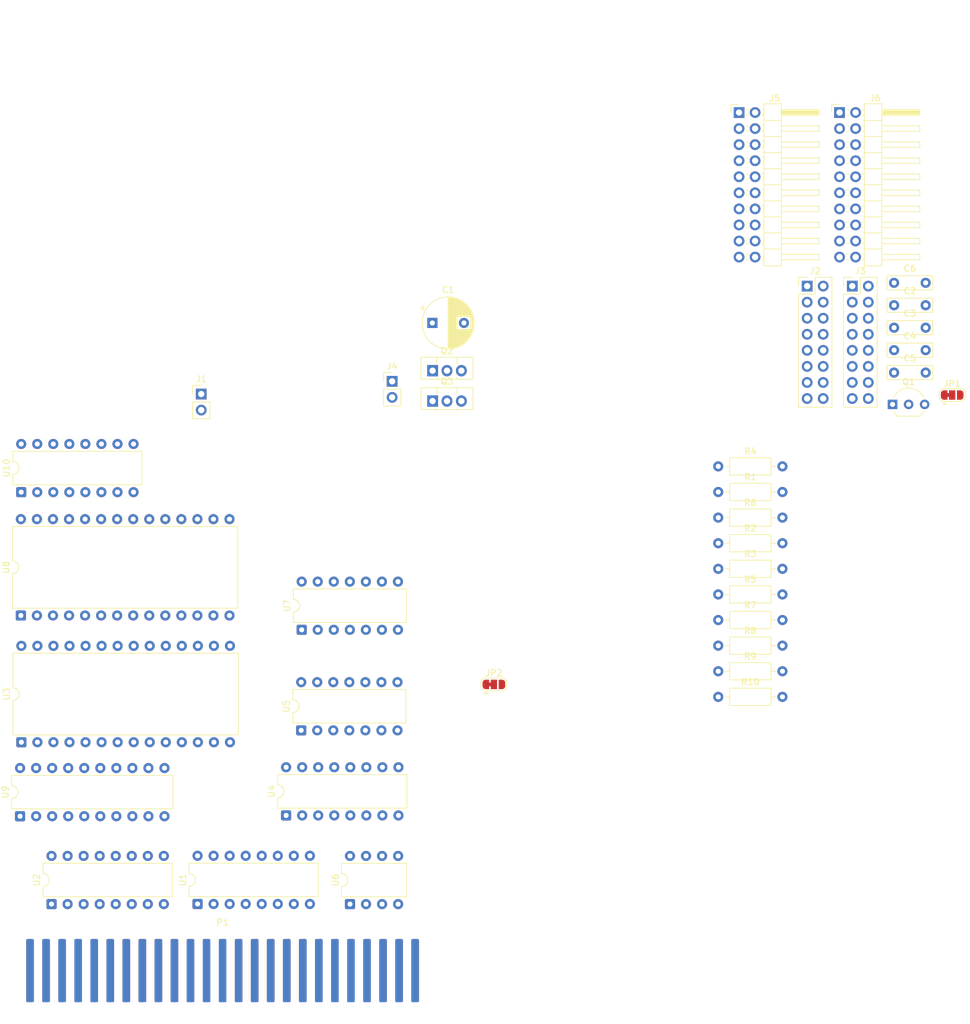
<source format=kicad_pcb>
(kicad_pcb
	(version 20241229)
	(generator "pcbnew")
	(generator_version "9.0")
	(general
		(thickness 1.6)
		(legacy_teardrops no)
	)
	(paper "A4")
	(layers
		(0 "F.Cu" signal)
		(2 "B.Cu" signal)
		(9 "F.Adhes" user "F.Adhesive")
		(11 "B.Adhes" user "B.Adhesive")
		(13 "F.Paste" user)
		(15 "B.Paste" user)
		(5 "F.SilkS" user "F.Silkscreen")
		(7 "B.SilkS" user "B.Silkscreen")
		(1 "F.Mask" user)
		(3 "B.Mask" user)
		(17 "Dwgs.User" user "User.Drawings")
		(19 "Cmts.User" user "User.Comments")
		(21 "Eco1.User" user "User.Eco1")
		(23 "Eco2.User" user "User.Eco2")
		(25 "Edge.Cuts" user)
		(27 "Margin" user)
		(31 "F.CrtYd" user "F.Courtyard")
		(29 "B.CrtYd" user "B.Courtyard")
		(35 "F.Fab" user)
		(33 "B.Fab" user)
		(39 "User.1" user)
		(41 "User.2" user)
		(43 "User.3" user)
		(45 "User.4" user)
	)
	(setup
		(pad_to_mask_clearance 0)
		(allow_soldermask_bridges_in_footprints no)
		(tenting front back)
		(pcbplotparams
			(layerselection 0x00000000_00000000_55555555_5755f5ff)
			(plot_on_all_layers_selection 0x00000000_00000000_00000000_00000000)
			(disableapertmacros no)
			(usegerberextensions no)
			(usegerberattributes yes)
			(usegerberadvancedattributes yes)
			(creategerberjobfile yes)
			(dashed_line_dash_ratio 12.000000)
			(dashed_line_gap_ratio 3.000000)
			(svgprecision 4)
			(plotframeref no)
			(mode 1)
			(useauxorigin no)
			(hpglpennumber 1)
			(hpglpenspeed 20)
			(hpglpendiameter 15.000000)
			(pdf_front_fp_property_popups yes)
			(pdf_back_fp_property_popups yes)
			(pdf_metadata yes)
			(pdf_single_document no)
			(dxfpolygonmode yes)
			(dxfimperialunits yes)
			(dxfusepcbnewfont yes)
			(psnegative no)
			(psa4output no)
			(plot_black_and_white yes)
			(sketchpadsonfab no)
			(plotpadnumbers no)
			(hidednponfab no)
			(sketchdnponfab yes)
			(crossoutdnponfab yes)
			(subtractmaskfromsilk no)
			(outputformat 1)
			(mirror no)
			(drillshape 1)
			(scaleselection 1)
			(outputdirectory "")
		)
	)
	(net 0 "")
	(net 1 "-12V")
	(net 2 "GND")
	(net 3 "+5V")
	(net 4 "Net-(U6-THR)")
	(net 5 "+12V")
	(net 6 "Net-(J1-Pin_2)")
	(net 7 "~{IOSEL}")
	(net 8 "Net-(J2-Pin_5)")
	(net 9 "Net-(J2-Pin_7)")
	(net 10 "Net-(J1-Pin_1)")
	(net 11 "Net-(J2-Pin_15)")
	(net 12 "Net-(J2-Pin_3)")
	(net 13 "Net-(J2-Pin_9)")
	(net 14 "Net-(J2-Pin_11)")
	(net 15 "Net-(J2-Pin_13)")
	(net 16 "Net-(J2-Pin_1)")
	(net 17 "/~{DEVSEL}")
	(net 18 "Net-(J3-Pin_11)")
	(net 19 "Net-(J3-Pin_5)")
	(net 20 "Net-(J3-Pin_7)")
	(net 21 "Net-(J3-Pin_9)")
	(net 22 "Net-(J3-Pin_1)")
	(net 23 "Net-(J3-Pin_13)")
	(net 24 "Net-(J3-Pin_15)")
	(net 25 "Net-(J3-Pin_3)")
	(net 26 "Net-(J4-Pin_1)")
	(net 27 "Net-(J4-Pin_2)")
	(net 28 "/PH1")
	(net 29 "/PH0")
	(net 30 "/WR DATA")
	(net 31 "/W PROT")
	(net 32 "/RD DATA")
	(net 33 "/PH2")
	(net 34 "/PH3")
	(net 35 "Net-(J5-Pin_17)")
	(net 36 "/WR REQ")
	(net 37 "Net-(J5-Pin_19)")
	(net 38 "/~{ENBL 1}")
	(net 39 "Net-(J5-Pin_5)")
	(net 40 "/~{ENBL 2}")
	(net 41 "A12")
	(net 42 "D0")
	(net 43 "A10")
	(net 44 "A3")
	(net 45 "A14")
	(net 46 "D3")
	(net 47 "unconnected-(P1-Pin_40-Pad40)")
	(net 48 "2M")
	(net 49 "~{RESET}")
	(net 50 "unconnected-(P1-Pin_30-Pad30)")
	(net 51 "A4")
	(net 52 "~{EXTC}")
	(net 53 "unconnected-(P1-Pin_18-Pad18)")
	(net 54 "unconnected-(P1-Pin_38-Pad38)")
	(net 55 "D1")
	(net 56 "unconnected-(P1-Pin_29-Pad29)")
	(net 57 "A0")
	(net 58 "A15")
	(net 59 "D6")
	(net 60 "unconnected-(P1-Pin_36-Pad36)")
	(net 61 "A5")
	(net 62 "unconnected-(P1-Pin_22-Pad22)")
	(net 63 "~{EXTE}")
	(net 64 "Net-(P1-Pin_24)")
	(net 65 "~{EXT8}")
	(net 66 "unconnected-(P1-Pin_34-Pad34)")
	(net 67 "A8")
	(net 68 "D2")
	(net 69 "A2")
	(net 70 "D7")
	(net 71 "A7")
	(net 72 "Net-(P1-Pin_23)")
	(net 73 "A6")
	(net 74 "unconnected-(P1-Pin_21-Pad21)")
	(net 75 "~{EXT_MEM}")
	(net 76 "D4")
	(net 77 "D5")
	(net 78 "A9")
	(net 79 "A13")
	(net 80 "A11")
	(net 81 "unconnected-(P1-Pin_39-Pad39)")
	(net 82 "~{EXT6}")
	(net 83 "A1")
	(net 84 "Net-(Q1-E)")
	(net 85 "Net-(Q2-B)")
	(net 86 "Net-(Q3-B)")
	(net 87 "Net-(U8-~{CE})")
	(net 88 "Net-(R9-Pad2)")
	(net 89 "Net-(U4-Q6)")
	(net 90 "Net-(U4-Q5)")
	(net 91 "Net-(U4-Q7)")
	(net 92 "Net-(U4-Q4)")
	(net 93 "Net-(U10-D3)")
	(net 94 "Net-(U8-D1)")
	(net 95 "Net-(U10-~{Mr})")
	(net 96 "Net-(U8-A4)")
	(net 97 "Net-(U10-Q3)")
	(net 98 "Net-(U10-Cp)")
	(net 99 "Net-(U8-D3)")
	(net 100 "Net-(U10-Q5)")
	(net 101 "Net-(U10-Q2)")
	(net 102 "Net-(U8-A1)")
	(net 103 "Net-(U10-D2)")
	(net 104 "Net-(U8-D0)")
	(net 105 "Net-(U10-Q1)")
	(net 106 "unconnected-(U6-DIS-Pad7)")
	(net 107 "Net-(U10-D0)")
	(net 108 "unconnected-(U6-CV-Pad5)")
	(net 109 "Net-(U10-D5)")
	(net 110 "Net-(U8-D2)")
	(net 111 "Net-(U10-D1)")
	(net 112 "unconnected-(U9-Q7-Pad17)")
	(footprint "Connector_PinHeader_2.54mm:PinHeader_1x02_P2.54mm_Vertical" (layer "F.Cu") (at 64.0588 72.9488))
	(footprint "Resistor_THT:R_Axial_DIN0207_L6.3mm_D2.5mm_P10.16mm_Horizontal" (layer "F.Cu") (at 145.8976 92.4928))
	(footprint "Connector_PinHeader_2.54mm:PinHeader_1x02_P2.54mm_Vertical" (layer "F.Cu") (at 94.2774 70.9372))
	(footprint "Resistor_THT:R_Axial_DIN0207_L6.3mm_D2.5mm_P10.16mm_Horizontal" (layer "F.Cu") (at 145.8976 108.6928))
	(footprint "Capacitor_THT:C_Rect_L7.0mm_W2.0mm_P5.00mm" (layer "F.Cu") (at 173.7292 58.91))
	(footprint "Package_DIP:DIP-16_W7.62mm" (layer "F.Cu") (at 35.56 88.4682 90))
	(footprint "Package_DIP:DIP-16_W7.62mm" (layer "F.Cu") (at 40.3606 153.6142 90))
	(footprint "Package_TO_SOT_THT:TO-92_Inline_Wide" (layer "F.Cu") (at 173.4892 74.59))
	(footprint "Resistor_THT:R_Axial_DIN0207_L6.3mm_D2.5mm_P10.16mm_Horizontal" (layer "F.Cu") (at 145.8976 120.8428))
	(footprint "Capacitor_THT:CP_Radial_D8.0mm_P5.00mm" (layer "F.Cu") (at 100.642098 61.7072))
	(footprint "Resistor_THT:R_Axial_DIN0207_L6.3mm_D2.5mm_P10.16mm_Horizontal" (layer "F.Cu") (at 145.8976 100.5928))
	(footprint "Package_DIP:DIP-16_W7.62mm" (layer "F.Cu") (at 63.4746 153.5938 90))
	(footprint "Package_DIP:DIP-28_W15.24mm" (layer "F.Cu") (at 35.5092 107.9754 90))
	(footprint "Package_DIP:DIP-14_W7.62mm" (layer "F.Cu") (at 79.883 126.1364 90))
	(footprint "Resistor_THT:R_Axial_DIN0207_L6.3mm_D2.5mm_P10.16mm_Horizontal" (layer "F.Cu") (at 145.8976 88.4428))
	(footprint "Capacitor_THT:C_Rect_L7.0mm_W2.0mm_P5.00mm" (layer "F.Cu") (at 173.7292 62.46))
	(footprint "Jumper:SolderJumper-3_P1.3mm_Bridged12_RoundedPad1.0x1.5mm" (layer "F.Cu") (at 110.3838 118.872))
	(footprint "Resistor_THT:R_Axial_DIN0207_L6.3mm_D2.5mm_P10.16mm_Horizontal" (layer "F.Cu") (at 145.8976 116.7928))
	(footprint "Package_DIP:DIP-28_W15.24mm" (layer "F.Cu") (at 35.5854 128.016 90))
	(footprint "Capacitor_THT:C_Rect_L7.0mm_W2.0mm_P5.00mm" (layer "F.Cu") (at 173.7292 66.01))
	(footprint "Capacitor_THT:C_Rect_L7.0mm_W2.0mm_P5.00mm" (layer "F.Cu") (at 173.7292 69.56))
	(footprint "Package_TO_SOT_THT:TO-126-3_Vertical" (layer "F.Cu") (at 100.6774 69.2572))
	(footprint "Package_DIP:DIP-14_W7.62mm" (layer "F.Cu") (at 79.9592 110.236 90))
	(footprint "Resistor_THT:R_Axial_DIN0207_L6.3mm_D2.5mm_P10.16mm_Horizontal" (layer "F.Cu") (at 145.8976 104.6428))
	(footprint "Capacitor_THT:C_Rect_L7.0mm_W2.0mm_P5.00mm" (layer "F.Cu") (at 173.7292 55.36))
	(footprint "Resistor_THT:R_Axial_DIN0207_L6.3mm_D2.5mm_P10.16mm_Horizontal" (layer "F.Cu") (at 145.8976 96.5428))
	(footprint "Package_DIP:DIP-16_W7.62mm" (layer "F.Cu") (at 77.4954 139.5934 90))
	(footprint "Connector_PinHeader_2.54mm:PinHeader_2x10_P2.54mm_Horizontal"
		(layer "F.Cu")
		(uuid "bdedfc32-043b-4899-9bad-e6acd7fdb226")
		(at 165.0992 28.43)
		(descr "Through hole angled pin header, 2x10, 2.54mm pitch, 6mm pin length, double rows")
		(tags "Through hole angled pin header THT 2x10 2.54mm double row")
		(property "Reference" "J6"
			(at 5.655 -2.27 0)
			(layer "F.SilkS")
			(uuid "cd17239e-d6f2-4d0e-9957-4fe841aefbf7")
			(effects
				(font
					(size 1 1)
					(thickness 0.15)
				)
			)
		)
		(property "Value" "DRIVE 2"
			(at 5.655 25.13 0)
			(layer "F.Fab")
			(uuid "f2cecb19-4bf2-4ee7-a7c5-5432ce9fe5bd")
			(effects
				(font
					(size 1 1)
					(thickness 0.15)
				)
			)
		)
		(property "Datasheet" ""
			(at 0 0 0)
			(layer "F.Fab")
			(hide yes)
			(uuid "7a2787c3-bdf3-406f-916c-c006be61a0cb")
			(effects
				(font
					(size 1.27 1.27)
					(thickness 0.15)
				)
			)
		)
		(property "Description" ""
			(at 0 0 0)
			(layer "F.Fab")
			(hide yes)
			(uuid "081322b7-950f-4dab-b7c8-cf4b892374f5")
			(effects
				(font
					(size 1.27 1.27)
					(thickness 0.15)
				)
			)
		)
		(property ki_fp_filters "Connector*:*_2x??_*")
		(path "/988faa91-b6ea-4765-a65b-396f603f2fd8")
		(sheetname "/")
		(sheetfile "TK2000_DiskInterface_REDUX.kicad_sch")
		(attr through_hole)
		(fp_line
			(start -1.27 -1.27)
			(end 0 -1.27)
			(stroke
				(width 0.12)
				(type solid)
			)
			(layer "F.SilkS")
			(uuid "86fac6aa-bb8b-4e73-a7cb-78e4d027a205")
		)
		(fp_line
			(start -1.27 0)
			(end -1.27 -1.27)
			(stroke
				(width 0.12)
				(type solid)
			)
			(layer "F.SilkS")
			(uuid "5b187cf2-b384-44c5-85b6-9fe1c1aac656")
		)
		(fp_line
			(start 1.077358 2.11)
			(end 1.462642 2.11)
			(stroke
				(width 0.12)
				(type solid)
			)
			(layer "F.SilkS")
			(uuid "41327c78-a5cc-406a-bb64-26dd7f7dfa7e")
		)
		(fp_line
			(start 1.077358 2.97)
			(end 1.462642 2.97)
			(stroke
				(width 0.12)
				(type solid)
			)
			(layer "F.SilkS")
			(uuid "2dbe1698-ed76-4801-be5d-51f5ca09f791")
		)
		(fp_line
			(start 1.077358 4.65)
			(end 1.462642 4.65)
			(stroke
				(width 0.12)
				(type solid)
			)
			(layer "F.SilkS")
			(uuid "205090d9-019b-45c5-8a3b-ecb4c2682e81")
		)
		(fp_line
			(start 1.077358 5.51)
			(end 1.462642 5.51)
			(stroke
				(width 0.12)
				(type solid)
			)
			(layer "F.SilkS")
			(uuid "69576064-c709-4301-9b14-731df37f5a7a")
		)
		(fp_line
			(start 1.077358 7.19)
			(end 1.462642 7.19)
			(stroke
				(width 0.12)
				(type solid)
			)
			(layer "F.SilkS")
			(uuid "6a90cad2-95e6-447d-92ff-bce67717a673")
		)
		(fp_line
			(start 1.077358 8.05)
			(end 1.462642 8.05)
			(stroke
				(width 0.12)
				(type solid)
			)
			(layer "F.SilkS")
			(uuid "73b78dd7-ee71-46d0-9e9a-8c0a198c1659")
		)
		(fp_line
			(start 1.077358 9.73)
			(end 1.462642 9.73)
			(stroke
				(width 0.12)
				(type solid)
			)
			(layer "F.SilkS")
			(uuid "02e0ddfd-2242-4b8c-b69d-4598aa0889d5")
		)
		(fp_line
			(start 1.077358 10.59)
			(end 1.462642 10.59)
			(stroke
				(width 0.12)
				(type solid)
			)
			(layer "F.SilkS")
			(uuid "0cd25db1-b87a-482d-a0c8-3b063f482655")
		)
		(fp_line
			(start 1.077358 12.27)
			(end 1.462642 12.27)
			(stroke
				(width 0.12)
				(type solid)
			)
			(layer "F.SilkS")
			(uuid "faaac834-7de4-4954-9679-e784161225fb")
		)
		(fp_line
			(start 1.077358 13.13)
			(end 1.462642 13.13)
			(stroke
				(width 0.12)
				(type solid)
			)
			(layer "F.SilkS")
			(uuid "57021ae7-ae73-4420-88a4-7d811898a5de")
		)
		(fp_line
			(start 1.077358 14.81)
			(end 1.462642 14.81)
			(stroke
				(width 0.12)
				(type solid)
			)
			(layer "F.SilkS")
			(uuid "e7270a48-4313-4e09-b187-81ca8abaffee")
		)
		(fp_line
			(start 1.077358 15.67)
			(end 1.462642 15.67)
			(stroke
				(width 0.12)
				(type solid)
			)
			(layer "F.SilkS")
			(uuid "1c3df825-826b-4387-afcb-821e8b85ccd6")
		)
		(fp_line
			(start 1.077358 17.35)
			(end 1.462642 17.35)
			(stroke
				(width 0.12)
				(type solid)
			)
			(layer "F.SilkS")
			(uuid "281db760-9111-449a-966a-6aa73b49d6c7")
		)
		(fp_line
			(start 1.077358 18.21)
			(end 1.462642 18.21)
			(stroke
				(width 0.12)
				(type solid)
			)
			(layer "F.SilkS")
			(uuid "0c878c71-20e5-4941-a629-6dd208dd155b")
		)
		(fp_line
			(start 1.077358 19.89)
			(end 1.462642 19.89)
			(stroke
				(width 0.12)
				(type solid)
			)
			(layer "F.SilkS")
			(uuid "bad0bb11-90d9-40b1-8284-14dbfe644c61")
		)
		(fp_line
			(start 1.077358 20.75)
			(end 1.462642 20.75)
			(stroke
				(width 0.12)
				(type solid)
			)
			(layer "F.SilkS")
			(uuid "a2d95a7f-feee-48af-95a3-73933a23bd72")
		)
		(fp_line
			(start 1.077358 22.43)
			(end 1.462642 22.43)
			(stroke
				(width 0.12)
				(type solid)
			)
			(layer "F.SilkS")
			(uuid "b2ffbda5-b92d-4add-93f2-2fde6538eba1")
		)
		(fp_line
			(start 1.077358 23.29)
			(end 1.462642 23.29)
			(stroke
				(width 0.12)
				(type solid)
			)
			(layer "F.SilkS")
			(uuid "8ccd7005-346b-4043-ba21-dd6c72c63d67")
		)
		(fp_line
			(start 1.16 -0.43)
			(end 1.462642 -0.43)
			(stroke
				(width 0.12)
				(type solid)
			)
			(layer "F.SilkS")
			(uuid "0044c36a-a827-4f66-97f4-058261ee0e06")
		)
		(fp_line
			(start 1.16 0.43)
			(end 1.462642 0.43)
			(stroke
				(width 0.12)
				(type solid)
			)
			(layer "F.SilkS")
			(uuid "65b0e2ca-78df-48d6-a1c1-1de255d00b57")
		)
		(fp_line
			(start 3.617358 -0.43)
			(end 3.93 -0.43)
			(stroke
				(width 0.12)
				(type solid)
			)
			(layer "F.SilkS")
			(uuid "4417fb30-24f6-44f4-9901-7299a04c9d84")
		)
		(fp_line
			(start 3.617358 0.43)
			(end 3.93 0.43)
			(stroke
				(width 0.12)
				(type solid)
			)
			(layer "F.SilkS")
			(uuid "b842c1ce-20e5-4988-9999-8d567040477d")
		)
		(fp_line
			(start 3.617358 2.11)
			(end 3.93 2.11)
			(stroke
				(width 0.12)
				(type solid)
			)
			(layer "F.SilkS")
			(uuid "fe7d8543-f8c4-4552-b122-905090b0dddf")
		)
		(fp_line
			(start 3.617358 2.97)
			(end 3.93 2.97)
			(stroke
				(width 0.12)
				(type solid)
			)
			(layer "F.SilkS")
			(uuid "05287d3c-821c-4b65-a9b7-7677fe3ea2f1")
		)
		(fp_line
			(start 3.617358 4.65)
			(end 3.93 4.65)
			(stroke
				(width 0.12)
				(type solid)
			)
			(layer "F.SilkS")
			(uuid "72708f2c-83d9-4a28-8601-1890aa75e0ae")
		)
		(fp_line
			(start 3.617358 5.51)
			(end 3.93 5.51)
			(stroke
				(width 0.12)
				(type solid)
			)
			(layer "F.SilkS")
			(uuid "ae7e5724-6b4f-4ed5-afbf-65f322593dad")
		)
		(fp_line
			(start 3.617358 7.19)
			(end 3.93 7.19)
			(stroke
				(width 0.12)
				(type solid)
			)
			(layer "F.SilkS")
			(uuid "4028c466-ca0e-4274-8df6-d97322938d35")
		)
		(fp_line
			(start 3.617358 8.05)
			(end 3.93 8.05)
			(stroke
				(width 0.12)
				(type solid)
			)
			(layer "F.SilkS")
			(uuid "09847ff7-437f-434b-972d-bcc75bea75b2")
		)
		(fp_line
			(start 3.617358 9.73)
			(end 3.93 9.73)
			(stroke
				(width 0.12)
				(type solid)
			)
			(layer "F.SilkS")
			(uuid "c8181ac5-56b0-468a-9000-570f0b019b83")
		)
		(fp_line
			(start 3.617358 10.59)
			(end 3.93 10.59)
			(stroke
				(width 0.12)
				(type solid)
			)
	
... [129698 chars truncated]
</source>
